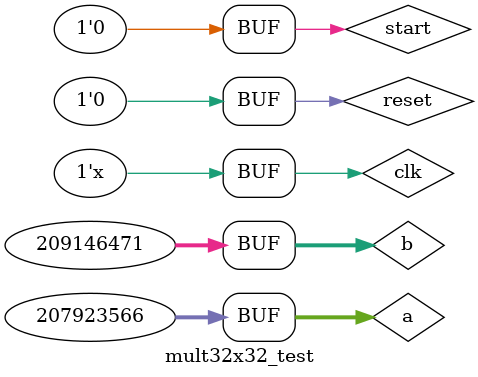
<source format=sv>
module mult32x32_test;

    logic clk;            // Clock
    logic reset;          // Reset
    logic start;          // Start signal
    logic [31:0] a;       // Input a
    logic [31:0] b;       // Input b
    logic busy;           // Multiplier busy indication
    logic [63:0] product; // Miltiplication product

// Put your code here
// ------------------

mult32x32 uut(
    .clk(clk),
    .reset(reset),
    .start(start),
    .a(a),
    .b(b),
    .busy(busy),
    .product(product)
);

initial begin
    clk = 1'b1;
    reset = 1'b1;
    start = 1'b0;
    a = 32'h0;
    b = 32'h0;
    
    #8
    reset = 1'b0;

    #2
    a = 32'd207923566;
    b = 32'd209146471;
    start = 1'b1;
    
    #2
    start = 1'b0;

end

always begin
    #1
    clk = ~clk;
end

// End of your code

endmodule

</source>
